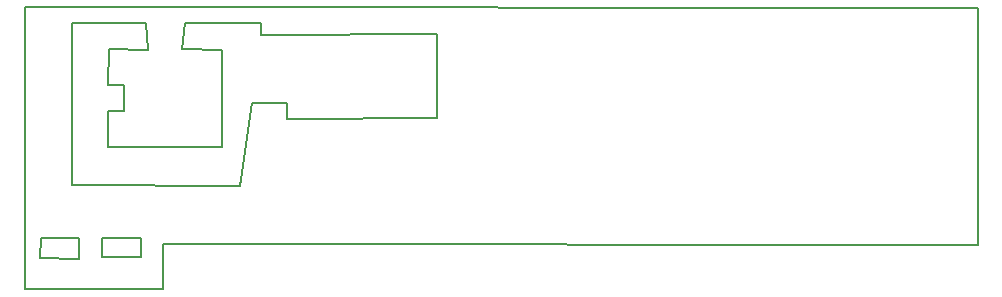
<source format=gbr>
%FSLAX34Y34*%
%MOMM*%
%LNOUTLINE*%
G71*
G01*
%ADD10C,0.150*%
%LPD*%
G54D10*
X2700Y241900D02*
X3000Y3400D01*
X119700Y3400D01*
X119700Y41100D01*
X809500Y40800D01*
X809400Y241400D01*
X2600Y241900D01*
G54D10*
X16000Y46400D02*
X48400Y46300D01*
X48400Y29100D01*
X15900Y29400D01*
X16000Y46500D01*
G54D10*
X68400Y46800D02*
X101000Y46800D01*
X101000Y30100D01*
X68300Y30100D01*
X68300Y46900D01*
G54D10*
X42700Y228400D02*
X105300Y228600D01*
X107200Y206000D01*
X73700Y206200D01*
X73300Y176300D01*
X87000Y176000D01*
X87000Y153900D01*
X73200Y154000D01*
X73200Y123900D01*
X169300Y124000D01*
X169200Y206000D01*
X135900Y206200D01*
X138400Y228700D01*
X202200Y228800D01*
X202200Y218400D01*
X351600Y219100D01*
X351600Y147900D01*
X224500Y147200D01*
X224500Y160700D01*
X194600Y160800D01*
X184900Y90800D01*
X42300Y91200D01*
X42600Y228500D01*
M02*

</source>
